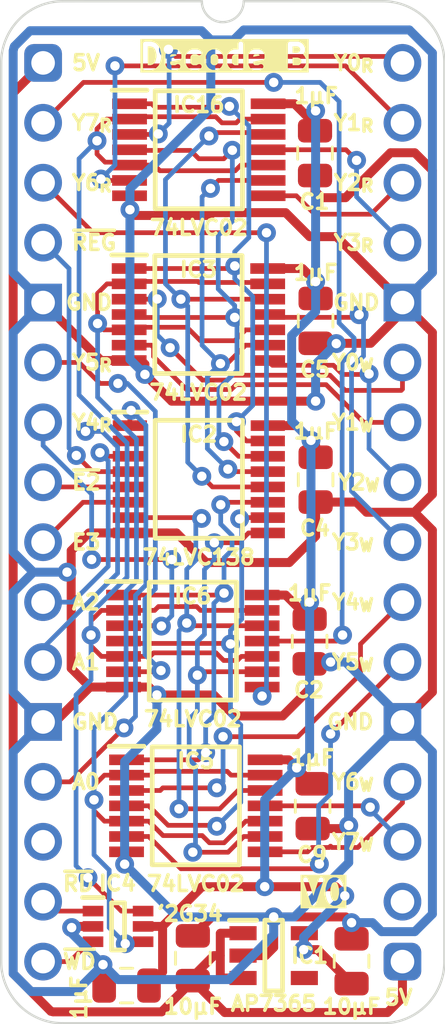
<source format=kicad_pcb>
(kicad_pcb (version 20240108) (generator "pcbnew") (generator_version "8.0")
  (title_block (title "Device Decode Stage B") (date "2024-02-16") (rev "V0"))
  (layers (0 "F.Cu" signal) (31 "B.Cu" signal) (34 "B.Paste" user) (35 "F.Paste" user) (36 "B.SilkS" user "B.Silkscreen") (37 "F.SilkS" user "F.Silkscreen") (38 "B.Mask" user) (39 "F.Mask" user) (44 "Edge.Cuts" user))
  (net 0 "")
  (net 1 "GND")
  (net 2 "5V")
  (net 3 "/3.3V")
  (net 5 "A0")
  (net 6 "A2")
  (net 7 "E3")
  (net 8 "/~{WD}")
  (net 9 "/~{RD}")
  (net 12 "~{E2}")
  (net 13 "~{Device Registers}")
  (net 14 "A1")
  (net 15 "Y2+W")
  (net 16 "/~{Y7}")
  (net 17 "/~{Y6}")
  (net 18 "/~{Y5}")
  (net 19 "/~{Y4}")
  (net 20 "/~{Y3}")
  (net 21 "/~{Y2}")
  (net 22 "/~{Y1}")
  (net 23 "/~{Y0}")
  (net 24 "Y3+W")
  (net 25 "Y0+W")
  (net 26 "Y1+W")
  (net 27 "~{WD}_{IN}")
  (net 28 "~{RD}_{IN}")
  (net 29 "Y5+W")
  (net 30 "Y4+W")
  (net 31 "Y6+W")
  (net 32 "Y7+W")
  (net 33 "Y6+R")
  (net 34 "Y4+R")
  (net 35 "Y5+R")
  (net 36 "Y7+R")
  (net 37 "Y1+R")
  (net 38 "Y3+R")
  (net 39 "Y2+R")
  (net 40 "Y0+R")
  (footprint "SamacSys_Parts:C_0805" (layer "F.Cu") (at 95.25 96.393)
    (property "Reference" "C10" (hide yes))
    (property "Value" "10µF")
  )
  (footprint "SamacSys_Parts:SOT95P285X130-5N" (layer "F.Cu") (at 98.679 96.266)
    (property "Reference" "IC1")
    (property "Value" "AP7365-33WG-7" (hide yes))
  )
  (footprint "SamacSys_Parts:SOP65P640X110-14N" (layer "F.Cu") (at 95.504 62.103)
    (property "Reference" "IC16")
    (property "Value" "74LVC02APW,118" (hide yes))
  )
  (footprint "SamacSys_Parts:SOP65P640X110-14N" (layer "F.Cu") (at 95.487 69.088)
    (property "Reference" "IC3")
    (property "Value" "74LVC02APW,118" (hide yes))
  )
  (footprint "SamacSys_Parts:C_0805" (layer "F.Cu") (at 100.457 76.073 180)
    (property "Reference" "C4")
    (property "Value" "1μF")
  )
  (footprint "SamacSys_Parts:SOP65P640X110-16N" (layer "F.Cu") (at 95.504 76.073)
    (property "Reference" "IC2")
    (property "Value" "74LVC138APW-Q100J" (hide yes))
  )
  (footprint "SamacSys_Parts:C_0805" (layer "F.Cu") (at 100.457 69.342 180)
    (property "Reference" "C5")
    (property "Value" "1μF")
  )
  (footprint "SamacSys_Parts:C_0805" (layer "F.Cu") (at 100.203 82.931 180)
    (property "Reference" "C2")
    (property "Value" "1μF")
  )
  (footprint "SamacSys_Parts:DIP-32_Board_W15.24mm" (layer "F.Cu") (at 88.9 58.42)
    (property "Reference" "J1" (hide yes))
    (property "Value" "Conn_02x16_Counter_Clockwise" (hide yes))
    (fp_line (start -1.778 38.1) (end -1.778 0) (stroke (width 0.1)) (layer "Edge.Cuts"))
    (fp_line (start 6.731 -2.6162) (end 0.835732 -2.613732) (stroke (width 0.1)) (layer "Edge.Cuts"))
    (fp_line (start 14.404267 -2.613733) (end 8.509 -2.6162) (stroke (width 0.1)) (layer "Edge.Cuts"))
    (fp_line (start 14.404268 40.713732) (end 0.835733 40.713733) (stroke (width 0.1)) (layer "Edge.Cuts"))
    (fp_line (start 17.018 38.1) (end 17.017999 -0.000001) (stroke (width 0.1)) (layer "Edge.Cuts"))
    (fp_arc (start -1.778 0) (mid -1.012456 -1.848188) (end 0.835732 -2.613732) (stroke (width 0.1)) (layer "Edge.Cuts"))
    (fp_arc (start 0.835733 40.713733) (mid -1.012457 39.94819) (end -1.778 38.1) (stroke (width 0.1)) (layer "Edge.Cuts"))
    (fp_arc (start 8.509 -2.6162) (mid 7.62 -1.7272) (end 6.731 -2.6162) (stroke (width 0.1)) (layer "Edge.Cuts"))
    (fp_arc (start 14.404267 -2.613733) (mid 16.252453 -1.848189) (end 17.017999 -0.000001) (stroke (width 0.1)) (layer "Edge.Cuts"))
    (fp_arc (start 17.018 38.1) (mid 16.252456 39.948187) (end 14.404268 40.713732) (stroke (width 0.1)) (layer "Edge.Cuts"))
  )
  (footprint "SamacSys_Parts:C_0805" (layer "F.Cu") (at 101.981 96.52)
    (property "Reference" "C11" (hide yes))
    (property "Value" "10µF")
  )
  (footprint "SamacSys_Parts:C_0805" (layer "F.Cu") (at 92.456 97.536 90)
    (property "Reference" "C3" (hide yes))
    (property "Value" "1μF")
  )
  (footprint "SamacSys_Parts:74LVC2G34GW125" (layer "F.Cu") (at 92.075 94.996)
    (property "Reference" "IC4")
    (property "Value" "74LVC2G34GW,125" (hide yes))
  )
  (footprint "SamacSys_Parts:C_0805" (layer "F.Cu") (at 100.4316 62.23 180)
    (property "Reference" "C1")
    (property "Value" "1μF")
  )
  (footprint "SamacSys_Parts:C_0805" (layer "F.Cu") (at 100.33 89.916 180)
    (property "Reference" "C9")
    (property "Value" "1μF")
  )
  (footprint "SamacSys_Parts:SOP65P640X110-14N" (layer "F.Cu") (at 95.377 89.916)
    (property "Reference" "IC5")
    (property "Value" "74LVC02APW,118" (hide yes))
  )
  (footprint "SamacSys_Parts:SOP65P640X110-14N" (layer "F.Cu") (at 95.25 82.931)
    (property "Reference" "IC6")
    (property "Value" "74LVC02APW,118" (hide yes))
  )
  (gr_text "Y1_{W}" (at 102.997 73.66 0) (layer "F.SilkS") (effects (font (size 0.635 0.635) (thickness 0.15) (bold yes)) (justify right)))
  (gr_text "Y0_{R}" (at 102.997 58.42 0) (layer "F.SilkS") (effects (font (size 0.635 0.635) (thickness 0.15) (bold yes)) (justify right)))
  (gr_text "Decode B" (at 96.5708 58.166 0) (layer "F.SilkS" knockout) (effects (font (size 1 1) (thickness 0.2) (bold yes))))
  (gr_text "~{E2}" (at 90.043 76.2 0) (layer "F.SilkS") (effects (font (size 0.635 0.635) (thickness 0.15) (bold yes)) (justify left)))
  (gr_text "Y1_{R}" (at 102.997 60.96 0) (layer "F.SilkS") (effects (font (size 0.635 0.635) (thickness 0.15) (bold yes)) (justify right)))
  (gr_text "E3" (at 90.043 78.74 0) (layer "F.SilkS") (effects (font (size 0.635 0.635) (thickness 0.15) (bold yes)) (justify left)))
  (gr_text "Y5_{W}" (at 102.997 83.82 0) (layer "F.SilkS") (effects (font (size 0.635 0.635) (thickness 0.15) (bold yes)) (justify right)))
  (gr_text "GND" (at 103.251 68.58 0) (layer "F.SilkS") (effects (font (size 0.635 0.635) (thickness 0.15) (bold yes)) (justify right)))
  (gr_text "5V" (at 104.648 98.044 0) (layer "F.SilkS") (effects (font (size 0.635 0.635) (thickness 0.15) (bold yes)) (justify right)))
  (gr_text "A2" (at 90.043 81.28 0) (layer "F.SilkS") (effects (font (size 0.635 0.635) (thickness 0.15) (bold yes)) (justify left)))
  (gr_text "Y2_{R}" (at 102.997 63.5 0) (layer "F.SilkS") (effects (font (size 0.635 0.635) (thickness 0.15) (bold yes)) (justify right)))
  (gr_text "Y4_{W}" (at 102.997 81.28 0) (layer "F.SilkS") (effects (font (size 0.635 0.635) (thickness 0.15) (bold yes)) (justify right)))
  (gr_text "A1" (at 90.043 83.82 0) (layer "F.SilkS") (effects (font (size 0.635 0.635) (thickness 0.15) (bold yes)) (justify left)))
  (gr_text "Y5_{R}" (at 90.043 71.12 0) (layer "F.SilkS") (effects (font (size 0.635 0.635) (thickness 0.15) (bold yes)) (justify left)))
  (gr_text "GND" (at 89.789 68.58 0) (layer "F.SilkS") (effects (font (size 0.635 0.635) (thickness 0.15) (bold yes)) (justify left)))
  (gr_text "A0" (at 90.043 88.9 0) (layer "F.SilkS") (effects (font (size 0.635 0.635) (thickness 0.15) (bold yes)) (justify left)))
  (gr_text "Y2_{W}" (at 103.251 76.2 0) (layer "F.SilkS") (effects (font (size 0.635 0.635) (thickness 0.15) (bold yes)) (justify right)))
  (gr_text "GND" (at 102.997 86.36 0) (layer "F.SilkS") (effects (font (size 0.635 0.635) (thickness 0.15) (bold yes)) (justify right)))
  (gr_text "Y3_{W}" (at 102.997 78.74 0) (layer "F.SilkS") (effects (font (size 0.635 0.635) (thickness 0.15) (bold yes)) (justify right)))
  (gr_text "Y6_{R}" (at 90.043 63.5 0) (layer "F.SilkS") (effects (font (size 0.635 0.635) (thickness 0.15) (bold yes)) (justify left)))
  (gr_text "~{REG}" (at 90.043 66.04 0) (layer "F.SilkS") (effects (font (size 0.635 0.635) (thickness 0.15) (bold yes)) (justify left)))
  (gr_text "~{RD}" (at 89.662 93.218 0) (layer "F.SilkS") (effects (font (size 0.635 0.635) (thickness 0.15) (bold yes)) (justify left)))
  (gr_text "Y3_{R}" (at 102.997 66.04 0) (layer "F.SilkS") (effects (font (size 0.635 0.635) (thickness 0.15) (bold yes)) (justify right)))
  (gr_text "Y0_{W}" (at 102.997 71.12 0) (layer "F.SilkS") (effects (font (size 0.635 0.635) (thickness 0.15) (bold yes)) (justify right)))
  (gr_text "Y7_{R}" (at 90.043 60.96 0) (layer "F.SilkS") (effects (font (size 0.635 0.635) (thickness 0.15) (bold yes)) (justify left)))
  (gr_text "Y4_{R}" (at 90.043 73.66 0) (layer "F.SilkS") (effects (font (size 0.635 0.635) (thickness 0.15) (bold yes)) (justify left)))
  (gr_text "Y6_{W}" (at 102.997 88.9 0) (layer "F.SilkS") (effects (font (size 0.635 0.635) (thickness 0.15) (bold yes)) (justify right)))
  (gr_text "Y7_{W}" (at 102.997 91.44 0) (layer "F.SilkS") (effects (font (size 0.635 0.635) (thickness 0.15) (bold yes)) (justify right)))
  (gr_text "V0" (at 100.838 93.599 0) (layer "F.SilkS" knockout) (effects (font (size 1 1) (thickness 0.2) (bold yes))))
  (gr_text "GND" (at 90.043 86.36 0) (layer "F.SilkS") (effects (font (size 0.635 0.635) (thickness 0.15) (bold yes)) (justify left)))
  (gr_text "~{WD}" (at 89.662 96.52 0) (layer "F.SilkS") (effects (font (size 0.635 0.635) (thickness 0.15) (bold yes)) (justify left)))
  (gr_text "5V" (at 90.043 58.42 0) (layer "F.SilkS") (effects (font (size 0.635 0.635) (thickness 0.15) (bold yes)) (justify left)))
  (segment (start 98.679 94.626) (end 96.051 94.626) (width 0.38) (layer "F.Cu") (net 1))
  (segment (start 100.457 77.039) (end 102.185 77.039) (width 0.38) (layer "F.Cu") (net 1))
  (segment (start 99.06 86.106) (end 97.028 86.106) (width 0.38) (layer "F.Cu") (net 1))
  (segment (start 96.087458 64.77) (end 99.187 64.77) (width 0.38) (layer "F.Cu") (net 1))
  (segment (start 105.41 67.31) (end 105.41 62.976043) (width 0.38) (layer "F.Cu") (net 1))
  (segment (start 101.346 65.786) (end 104.14 68.58) (width 0.38) (layer "F.Cu") (net 1))
  (segment (start 105.41 69.85) (end 104.14 68.58) (width 0.38) (layer "F.Cu") (net 1))
  (segment (start 92.439 91.866) (end 92.439 92.310451) (width 0.38) (layer "F.Cu") (net 1))
  (segment (start 90.09 79.099771) (end 90.09 79.836) (width 0.38) (layer "F.Cu") (net 1))
  (segment (start 100.4316 63.855596) (end 100.711 64.134996) (width 0.38) (layer "F.Cu") (net 1))
  (segment (start 92.583 64.07) (end 92.583 64.643) (width 0.38) (layer "F.Cu") (net 1))
  (segment (start 100.457 77.039) (end 100.457 78.486) (width 0.38) (layer "F.Cu") (net 1))
  (segment (start 102.616 77.47) (end 104.648 77.47) (width 0.38) (layer "F.Cu") (net 1))
  (segment (start 98.679 94.626) (end 101.738015 94.626) (width 0.38) (layer "F.Cu") (net 1))
  (segment (start 100.4316 63.196) (end 100.4316 63.855596) (width 0.38) (layer "F.Cu") (net 1))
  (segment (start 105.41 62.976043) (end 104.663957 62.23) (width 0.38) (layer "F.Cu") (net 1))
  (segment (start 96.051 94.626) (end 95.25 95.427) (width 0.38) (layer "F.Cu") (net 1))
  (segment (start 98.679 95.921) (end 98.679 94.626) (width 0.38) (layer "F.Cu") (net 1))
  (segment (start 100.203 83.897) (end 100.203 84.963) (width 0.38) (layer "F.Cu") (net 1))
  (segment (start 97.379 96.266) (end 98.334 96.266) (width 0.38) (layer "F.Cu") (net 1))
  (segment (start 91.358 71.038) (end 88.9 68.58) (width 0.38) (layer "F.Cu") (net 1))
  (segment (start 102.793 70.308) (end 100.457 70.308) (width 0.38) (layer "F.Cu") (net 1))
  (segment (start 100.203 83.897) (end 101.015 83.897) (width 0.38) (layer "F.Cu") (net 1))
  (segment (start 90.887 84.881) (end 92.312 84.881) (width 0.38) (layer "F.Cu") (net 1))
  (segment (start 104.648 77.47) (end 105.41 76.708) (width 0.38) (layer "F.Cu") (net 1))
  (segment (start 92.828816 64.888816) (end 95.968642 64.888816) (width 0.38) (layer "F.Cu") (net 1))
  (segment (start 92.312 84.881) (end 93.39 84.881) (width 0.38) (layer "F.Cu") (net 1))
  (segment (start 92.439 92.310451) (end 92.357521 92.39193) (width 0.38) (layer "F.Cu") (net 1))
  (segment (start 101.015 83.897) (end 101.092 83.82) (width 0.38) (layer "F.Cu") (net 1))
  (segment (start 93.218 71.628) (end 94.351274 72.761274) (width 0.38) (layer "F.Cu") (net 1))
  (segment (start 101.727004 64.134996) (end 100.711 64.134996) (width 0.38) (layer "F.Cu") (net 1))
  (segment (start 104.14 68.58) (end 105.41 67.31) (width 0.38) (layer "F.Cu") (net 1))
  (segment (start 92.583 64.643) (end 92.828816 64.888816) (width 0.38) (layer "F.Cu") (net 1))
  (segment (start 95.813731 79.601704) (end 94.560031 78.348004) (width 0.38) (layer "F.Cu") (net 1))
  (segment (start 90.110125 95.078) (end 90.160125 95.028) (width 0.38) (layer "F.Cu") (net 1))
  (segment (start 99.187 64.77) (end 100.203 65.786) (width 0.38) (layer "F.Cu") (net 1))
  (segment (start 104.14 68.961) (end 102.793 70.308) (width 0.38) (layer "F.Cu") (net 1))
  (segment (start 100.33 90.882) (end 101.727502 90.882) (width 0.38) (layer "F.Cu") (net 1))
  (segment (start 96.139 85.217) (end 93.726 85.217) (width 0.38) (layer "F.Cu") (net 1))
  (segment (start 104.14 86.36) (end 105.41 85.09) (width 0.38) (layer "F.Cu") (net 1))
  (segment (start 93.0615 71.038) (end 93.218 71.1945) (width 0.38) (layer "F.Cu") (net 1))
  (segment (start 97.028 86.106) (end 96.139 85.217) (width 0.38) (layer "F.Cu") (net 1))
  (segment (start 90.160125 95.028) (end 91.016 95.028) (width 0.38) (layer "F.Cu") (net 1))
  (segment (start 93.218 71.1945) (end 93.218 71.628) (width 0.38) (layer "F.Cu") (net 1))
  (segment (start 90.841771 78.348) (end 90.09 79.099771) (width 0.38) (layer "F.Cu") (net 1))
  (segment (start 104.648 77.47) (end 105.41 78.232) (width 0.38) (layer "F.Cu") (net 1))
  (segment (start 94.560027 78.348) (end 94.560031 78.348004) (width 0.38) (layer "F.Cu") (net 1))
  (segment (start 89.916 80.01) (end 90.09 80.184) (width 0.38) (layer "F.Cu") (net 1))
  (segment (start 100.457 78.486) (end 99.341296 79.601704) (width 0.38) (layer "F.Cu") (net 1))
  (segment (start 95.968642 64.888816) (end 96.087458 64.77) (width 0.38) (layer "F.Cu") (net 1))
  (segment (start 92.549 71.038) (end 91.358 71.038) (width 0.38) (layer "F.Cu") (net 1))
  (segment (start 93.39 84.881) (end 93.726 85.217) (width 0.38) (layer "F.Cu") (net 1))
  (segment (start 105.41 76.581) (end 105.41 69.85) (width 0.38) (layer "F.Cu") (net 1))
  (segment (start 91.7448 96.951812) (end 91.439995 96.647007) (width 0.38) (layer "F.Cu") (net 1))
  (segment (start 101.738015 94.626) (end 101.981015 94.869) (width 0.38) (layer "F.Cu") (net 1))
  (segment (start 92.579 78.348) (end 90.841771 78.348) (width 0.38) (layer "F.Cu") (net 1))
  (segment (start 92.579 78.348) (end 94.560027 78.348) (width 0.38) (layer "F.Cu") (net 1))
  (segment (start 90.09 79.836) (end 89.916 80.01) (width 0.38) (layer "F.Cu") (net 1))
  (segment (start 90.09 84.084) (end 90.887 84.881) (width 0.38) (layer "F.Cu") (net 1))
  (segment (start 90.09 80.184) (end 90.09 84.084) (width 0.38) (layer "F.Cu") (net 1))
  (segment (start 89.408 86.36) (end 90.887 84.881) (width 0.38) (layer "F.Cu") (net 1))
  (segment (start 103.632 62.23) (end 101.727004 64.134996) (width 0.38) (layer "F.Cu") (net 1))
  (segment (start 104.663957 62.23) (end 103.632 62.23) (width 0.38) (layer "F.Cu") (net 1))
  (segment (start 105.41 76.708) (end 105.41 76.581) (width 0.38) (layer "F.Cu") (net 1))
  (segment (start 98.334 96.266) (end 98.679 95.921) (width 0.38) (layer "F.Cu") (net 1))
  (segment (start 100.203 84.963) (end 99.06 86.106) (width 0.38) (layer "F.Cu") (net 1))
  (segment (start 102.185 77.039) (end 102.616 77.47) (width 0.38) (layer "F.Cu") (net 1))
  (segment (start 105.41 78.232) (end 105.41 85.09) (width 0.38) (layer "F.Cu") (net 1))
  (segment (start 94.351274 72.761274) (end 100.457 72.761274) (width 0.38) (layer "F.Cu") (net 1))
  (segment (start 99.341296 79.601704) (end 95.813731 79.601704) (width 0.38) (layer "F.Cu") (net 1))
  (segment (start 100.203 65.786) (end 101.346 65.786) (width 0.38) (layer "F.Cu") (net 1))
  (segment (start 101.727502 90.882) (end 101.861502 90.748) (width 0.38) (layer "F.Cu") (net 1))
  (segment (start 91.7448 97.205802) (end 91.7448 96.951812) (width 0.38) (layer "F.Cu") (net 1))
  (via (at 90.110125 95.078) (size 0.8) (drill 0.4) (layers "F.Cu" "B.Cu") (net 1))
  (via (at 93.218 71.628) (size 0.8) (drill 0.4) (layers "F.Cu" "B.Cu") (net 1))
  (via (at 101.861502 90.748) (size 0.8) (drill 0.4) (layers "F.Cu" "B.Cu") (net 1))
  (via (at 101.334027 70.319977) (size 0.8) (drill 0.4) (layers "F.Cu" "B.Cu") (net 1))
  (via (at 91.439995 96.647007) (size 0.8) (drill 0.4) (layers "F.Cu" "B.Cu") (net 1))
  (via (at 92.357521 92.39193) (size 0.8) (drill 0.4) (layers "F.Cu" "B.Cu") (net 1))
  (via (at 89.916 80.01) (size 0.8) (drill 0.4) (layers "F.Cu" "B.Cu") (net 1))
  (via (at 100.457 72.761274) (size 0.8) (drill 0.4) (layers "F.Cu" "B.Cu") (net 1))
  (via (at 92.583 64.643) (size 0.8) (drill 0.4) (layers "F.Cu" "B.Cu") (net 1))
  (via (at 101.092 83.82) (size 0.8) (drill 0.4) (layers "F.Cu" "B.Cu") (net 1))
  (via (at 93.726 85.217) (size 0.8) (drill 0.4) (layers "F.Cu" "B.Cu") (net 1))
  (via (at 98.678978 94.626) (size 0.8) (drill 0.4) (layers "F.Cu" "B.Cu") (net 1))
  (via (at 101.981015 94.869) (size 0.8) (drill 0.4) (layers "F.Cu" "B.Cu") (net 1))
  (segment (start 104.14 86.36) (end 105.41 87.63) (width 0.38) (layer "B.Cu") (net 1))
  (segment (start 88.9 86.36) (end 87.63 85.09) (width 0.38) (layer "B.Cu") (net 1))
  (segment (start 87.663605 57.774303) (end 87.685072 57.717699) (width 0.38) (layer "B.Cu") (net 1))
  (segment (start 96.985 57.447) (end 96.012 57.447) (width 0.38) (layer "B.Cu") (net 1))
  (segment (start 87.63 97.028) (end 88.392 97.79) (width 0.38) (layer "B.Cu") (net 1))
  (segment (start 105.41 87.63) (end 105.41 94.503958) (width 0.38) (layer "B.Cu") (net 1))
  (segment (start 88.9 86.36) (end 87.63 87.63) (width 0.38) (layer "B.Cu") (net 1))
  (segment (start 88.487085 80.01) (end 87.63 80.867085) (width 0.38) (layer "B.Cu") (net 1))
  (segment (start 105.41 67.31) (end 105.41 57.999624) (width 0.38) (layer "B.Cu") (net 1))
  (segment (start 98.67901 95.37699) (end 96.774 97.282) (width 0.38) (layer "B.Cu") (net 1))
  (segment (start 88.392 97.79) (end 90.297002 97.79) (width 0.38) (layer "B.Cu") (net 1))
  (segment (start 99.557 94.626) (end 98.678978 94.626) (width 0.38) (layer "B.Cu") (net 1))
  (segment (start 89.916 80.01) (end 88.487085 80.01) (width 0.38) (layer "B.Cu") (net 1))
  (segment (start 92.357521 92.39193) (end 92.357521 88.039521) (width 0.38) (layer "B.Cu") (net 1))
  (segment (start 101.727 83.82) (end 104.14 86.233) (width 0.38) (layer "B.Cu") (net 1))
  (segment (start 93.218 71.628) (end 92.583 70.993) (width 0.38) (layer "B.Cu") (net 1))
  (segment (start 92.583 64.643) (end 92.583 63.754) (width 0.38) (layer "B.Cu") (net 1))
  (segment (start 96.012 60.325) (end 96.012 57.447) (width 0.38) (layer "B.Cu") (net 1))
  (segment (start 87.63 87.63) (end 87.63 97.028) (width 0.38) (layer "B.Cu") (net 1))
  (segment (start 90.297002 97.79) (end 91.439995 96.647007) (width 0.38) (layer "B.Cu") (net 1))
  (segment (start 104.14 68.58) (end 105.41 67.31) (width 0.38) (layer "B.Cu") (net 1))
  (segment (start 90.110125 95.078) (end 90.110125 95.317137) (width 0.38) (layer "B.Cu") (net 1))
  (segment (start 92.074988 97.282) (end 91.439995 96.647007) (width 0.38) (layer "B.Cu") (net 1))
  (segment (start 88.345771 57.057) (end 95.622 57.057) (width 0.38) (layer "B.Cu") (net 1))
  (segment (start 101.854 90.740498) (end 101.861502 90.748) (width 0.38) (layer "B.Cu") (net 1))
  (segment (start 88.487085 80.01) (end 87.63 79.152915) (width 0.38) (layer "B.Cu") (net 1))
  (segment (start 95.622 57.057) (end 96.012 57.447) (width 0.38) (layer "B.Cu") (net 1))
  (segment (start 97.409 57.023) (end 96.985 57.447) (width 0.38) (layer "B.Cu") (net 1))
  (segment (start 94.591591 94.626) (end 98.678978 94.626) (width 0.38) (layer "B.Cu") (net 1))
  (segment (start 92.583 63.754) (end 96.012 60.325) (width 0.38) (layer "B.Cu") (net 1))
  (segment (start 90.110125 95.317137) (end 91.439995 96.647007) (width 0.38) (layer "B.Cu") (net 1))
  (segment (start 101.981015 94.869) (end 102.87 94.869) (width 0.38) (layer "B.Cu") (net 1))
  (segment (start 92.583 70.993) (end 92.583 64.643) (width 0.38) (layer "B.Cu") (net 1))
  (segment (start 92.357521 88.039521) (end 93.726 86.671042) (width 0.38) (layer "B.Cu") (net 1))
  (segment (start 87.63 69.85) (end 88.9 68.58) (width 0.38) (layer "B.Cu") (net 1))
  (segment (start 104.663958 95.25) (end 103.251 95.25) (width 0.38) (layer "B.Cu") (net 1))
  (segment (start 87.63 79.121) (end 87.63 69.85) (width 0.38) (layer "B.Cu") (net 1))
  (segment (start 87.63 57.910641) (end 87.663605 57.774303) (width 0.38) (layer "B.Cu") (net 1))
  (segment (start 101.334027 70.319977) (end 100.457 71.197004) (width 0.38) (layer "B.Cu") (net 1))
  (segment (start 104.14 86.36) (end 101.854 88.646) (width 0.38) (layer "B.Cu") (net 1))
  (segment (start 96.774 97.282) (end 92.074988 97.282) (width 0.38) (layer "B.Cu") (net 1))
  (segment (start 101.861502 92.321498) (end 99.557 94.626) (width 0.38) (layer "B.Cu") (net 1))
  (segment (start 105.41 94.503958) (end 104.663958 95.25) (width 0.38) (layer "B.Cu") (net 1))
  (segment (start 101.092 83.82) (end 101.727 83.82) (width 0.38) (layer "B.Cu") (net 1))
  (segment (start 87.63 79.152915) (end 87.63 79.121) (width 0.38) (layer "B.Cu") (net 1))
  (segment (start 87.63 67.31) (end 87.63 57.910641) (width 0.38) (layer "B.Cu") (net 1))
  (segment (start 104.433376 57.023) (end 97.409 57.023) (width 0.38) (layer "B.Cu") (net 1))
  (segment (start 93.726 86.671042) (end 93.726 85.217) (width 0.38) (layer "B.Cu") (net 1))
  (segment (start 98.67901 94.626) (end 98.67901 95.37699) (width 0.38) (layer "B.Cu") (net 1))
  (segment (start 92.357521 92.39193) (end 94.591591 94.626) (width 0.38) (layer "B.Cu") (net 1))
  (segment (start 102.87 94.869) (end 103.251 95.25) (width 0.38) (layer "B.Cu") (net 1))
  (segment (start 100.457 71.197004) (end 100.457 72.761274) (width 0.38) (layer "B.Cu") (net 1))
  (segment (start 105.41 57.999624) (end 104.433376 57.023) (width 0.38) (layer "B.Cu") (net 1))
  (segment (start 87.685072 57.717699) (end 88.345771 57.057) (width 0.38) (layer "B.Cu") (net 1))
  (segment (start 88.9 68.58) (end 87.63 67.31) (width 0.38) (layer "B.Cu") (net 1))
  (segment (start 101.861502 90.748) (end 101.861502 92.321498) (width 0.38) (layer "B.Cu") (net 1))
  (segment (start 101.854 88.646) (end 101.854 90.740498) (width 0.38) (layer "B.Cu") (net 1))
  (segment (start 87.63 80.867085) (end 87.63 85.09) (width 0.38) (layer "B.Cu") (net 1))
  (segment (start 96.424 95.316) (end 96.414 95.326) (width 0.38) (layer "F.Cu") (net 2))
  (segment (start 95.25 97.155) (end 96.139 96.266) (width 0.38) (layer "F.Cu") (net 2))
  (segment (start 103.505 98.679) (end 96.602 98.679) (width 0.38) (layer "F.Cu") (net 2))
  (segment (start 89.328853 98.651) (end 93.926 98.651) (width 0.38) (layer "F.Cu") (net 2))
  (segment (start 89.22819 98.62619) (end 89.328853 98.651) (width 0.38) (layer "F.Cu") (net 2))
  (segment (start 96.414 96.266) (end 96.414 97.206) (width 0.38) (layer "F.Cu") (net 2))
  (segment (start 96.414 95.326) (end 96.414 96.266) (width 0.38) (layer "F.Cu") (net 2))
  (segment (start 96.602 98.679) (end 95.25 97.327) (width 0.38) (layer "F.Cu") (net 2))
  (segment (start 96.139 96.266) (end 96.414 96.266) (width 0.38) (layer "F.Cu") (net 2))
  (segment (start 104.14 96.52) (end 104.14 98.044) (width 0.38) (layer "F.Cu") (net 2))
  (segment (start 96.414 97.206) (end 96.424 97.216) (width 0.38) (layer "F.Cu") (net 2))
  (segment (start 96.424 97.216) (end 97.379 97.216) (width 0.38) (layer "F.Cu") (net 2))
  (segment (start 87.63 97.028) (end 89.22819 98.62619) (width 0.38) (layer "F.Cu") (net 2))
  (segment (start 104.14 98.044) (end 103.505 98.679) (width 0.38) (layer "F.Cu") (net 2))
  (segment (start 88.9 58.42) (end 87.63 59.69) (width 0.38) (layer "F.Cu") (net 2))
  (segment (start 93.926 98.651) (end 95.25 97.327) (width 0.38) (layer "F.Cu") (net 2))
  (segment (start 87.63 59.69) (end 87.63 97.028) (width 0.38) (layer "F.Cu") (net 2))
  (segment (start 97.379 95.316) (end 96.424 95.316) (width 0.38) (layer "F.Cu") (net 2))
  (segment (start 100.539 96.012) (end 99.949 96.012) (width 0.38) (layer "F.Cu") (net 3))
  (segment (start 100.33 88.982) (end 99.654 88.306) (width 0.38) (layer "F.Cu") (net 3))
  (segment (start 93.9675 96.9585) (end 93.39 97.536) (width 0.38) (layer "F.Cu") (net 3))
  (segment (start 100.457 68.408) (end 100.457 67.691) (width 0.38) (layer "F.Cu") (net 3))
  (segment (start 101.981 97.454) (end 100.539 96.012) (width 0.38) (layer "F.Cu") (net 3))
  (segment (start 100.203 81.997) (end 99.187 80.981) (width 0.38) (layer "F.Cu") (net 3))
  (segment (start 100.457 67.691) (end 99.904 67.138) (width 0.38) (layer "F.Cu") (net 3))
  (segment (start 100.203 81.28) (end 100.203004 81.279996) (width 0.38) (layer "F.Cu") (net 3))
  (segment (start 100.203 81.997) (end 100.203 81.28) (width 0.38) (layer "F.Cu") (net 3))
  (segment (start 93.14 95.028) (end 93.9575 95.028) (width 0.38) (layer "F.Cu") (net 3))
  (segment (start 99.979 95.316) (end 99.979 95.982) (width 0.38) (layer "F.Cu") (net 3))
  (segment (start 99.314 87.966) (end 99.654 88.306) (width 0.38) (layer "F.Cu") (net 3))
  (segment (start 95.640501 93.344999) (end 98.298001 93.344999) (width 0.38) (layer "F.Cu") (net 3))
  (segment (start 98.315 87.966) (end 99.314 87.966) (width 0.38) (layer "F.Cu") (net 3))
  (segment (start 93.9575 95.028) (end 95.640501 93.344999) (width 0.38) (layer "F.Cu") (net 3))
  (segment (start 100.457 75.139) (end 100.457 74.619119) (width 0.38) (layer "F.Cu") (net 3))
  (segment (start 100.4316 61.296) (end 100.4316 60.4774) (width 0.38) (layer "F.Cu") (net 3))
  (segment (start 99.5595 60.153) (end 100.4316 61.0251) (width 0.38) (layer "F.Cu") (net 3))
  (segment (start 101.307939 93.344999) (end 101.695085 93.732145) (width 0.38) (layer "F.Cu") (net 3))
  (segment (start 100.457 74.619119) (end 100.259881 74.422) (width 0.38) (layer "F.Cu") (net 3))
  (segment (start 93.9575 95.028) (end 93.9675 95.038) (width 0.38) (layer "F.Cu") (net 3))
  (segment (start 93.9675 95.038) (end 93.9675 96.9585) (width 0.38) (layer "F.Cu") (net 3))
  (segment (start 98.298001 93.344999) (end 101.307939 93.344999) (width 0.38) (layer "F.Cu") (net 3))
  (segment (start 100.4316 60.4774) (end 100.457 60.452) (width 0.38) (layer "F.Cu") (net 3))
  (segment (start 98.429 73.798) (end 99.635881 73.798) (width 0.38) (layer "F.Cu") (net 3))
  (segment (start 99.187 80.981) (end 98.188 80.981) (width 0.38) (layer "F.Cu") (net 3))
  (segment (start 99.979 95.982) (end 99.949 96.012) (width 0.38) (layer "F.Cu") (net 3))
  (segment (start 98.442 60.153) (end 99.5595 60.153) (width 0.38) (layer "F.Cu") (net 3))
  (segment (start 99.635881 73.798) (end 100.259881 74.422) (width 0.38) (layer "F.Cu") (net 3))
  (segment (start 99.904 67.138) (end 98.425 67.138) (width 0.38) (layer "F.Cu") (net 3))
  (via (at 101.695085 93.732145) (size 0.8) (drill 0.4) (layers "F.Cu" "B.Cu") (net 3))
  (via (at 98.298001 93.344999) (size 0.8) (drill 0.4) (layers "F.Cu" "B.Cu") (net 3))
  (via (at 100.457 67.691) (size 0.8) (drill 0.4) (layers "F.Cu" "B.Cu") (net 3))
  (via (at 99.949 96.012) (size 0.8) (drill 0.4) (layers "F.Cu" "B.Cu") (net 3))
  (via (at 100.457 60.452) (size 0.8) (drill 0.4) (layers "F.Cu" "B.Cu") (net 3))
  (via (at 100.203004 81.279996) (size 0.8) (drill 0.4) (layers "F.Cu" "B.Cu") (net 3))
  (via (at 99.654 88.306) (size 0.8) (drill 0.4) (layers "F.Cu" "B.Cu") (net 3))
  (via (at 100.259881 74.422) (size 0.8) (drill 0.4) (layers "F.Cu" "B.Cu") (net 3))
  (segment (start 100.203004 81.279996) (end 100.203004 87.756996) (width 0.38) (layer "B.Cu") (net 3))
  (segment (start 100.457 68.961) (end 99.441 69.977) (width 0.38) (layer "B.Cu") (net 3))
  (segment (start 99.441 73.603119) (end 100.259881 74.422) (width 0.38) (layer "B.Cu") (net 3))
  (segment (start 99.949 96.012) (end 99.949 95.47823) (width 0.38) (layer "B.Cu") (net 3))
  (segment (start 100.457 67.691) (end 100.457 60.452) (width 0.38) (layer "B.Cu") (net 3))
  (segment (start 99.949 95.47823) (end 101.695085 93.732145) (width 0.38) (layer "B.Cu") (net 3))
  (segment (start 100.203004 87.756996) (end 99.654 88.306) (width 0.38) (layer "B.Cu") (net 3))
  (segment (start 99.441 69.977) (end 99.441 73.603119) (width 0.38) (layer "B.Cu") (net 3))
  (segment (start 100.203004 81.279996) (end 100.259881 81.223119) (width 0.38) (layer "B.Cu") (net 3))
  (segment (start 100.259881 81.223119) (end 100.259881 74.422) (width 0.38) (layer "B.Cu") (net 3))
  (segment (start 98.298001 89.661999) (end 99.654 88.306) (width 0.38) (layer "B.Cu") (net 3))
  (segment (start 98.298001 93.344999) (end 98.298001 89.661999) (width 0.38) (layer "B.Cu") (net 3))
  (segment (start 100.457 67.691) (end 100.457 68.961) (width 0.38) (layer "B.Cu") (net 3))
  (segment (start 92.579 73.204951) (end 92.631124 73.152827) (width 0.2) (layer "F.Cu") (net 5))
  (segment (start 90.042992 88.9) (end 92.329 86.613992) (width 0.2) (layer "F.Cu") (net 5))
  (segment (start 92.579 73.798) (end 92.579 73.204951) (width 0.2) (layer "F.Cu") (net 5))
  (segment (start 88.9 88.9) (end 90.042992 88.9) (width 0.2) (layer "F.Cu") (net 5))
  (via (at 92.631124 73.152827) (size 0.8) (drill 0.4) (layers "F.Cu" "B.Cu") (net 5))
  (via (at 92.329 86.613992) (size 0.8) (drill 0.4) (layers "F.Cu" "B.Cu") (net 5))
  (segment (start 93.259075 80.554617) (end 92.818 80.995692) (width 0.2) (layer "B.Cu") (net 5))
  (segment (start 93.259075 73.780778) (end 93.259075 80.554617) (width 0.2) (layer "B.Cu") (net 5))
  (segment (start 92.631124 73.152827) (end 93.259075 73.780778) (width 0.2) (layer "B.Cu") (net 5))
  (segment (start 92.818 80.995692) (end 92.818 86.124992) (width 0.2) (layer "B.Cu") (net 5))
  (segment (start 92.818 86.124992) (end 92.329 86.613992) (width 0.2) (layer "B.Cu") (net 5))
  (segment (start 91.463874 75.098) (end 91.309364 74.94349) (width 0.2) (layer "F.Cu") (net 6))
  (segment (start 92.579 75.098) (end 91.463874 75.098) (width 0.2) (layer "F.Cu") (net 6))
  (via (at 91.309364 74.94349) (size 0.8) (drill 0.4) (layers "F.Cu" "B.Cu") (net 6))
  (segment (start 90.14395 81.28) (end 91.659087 79.764863) (width 0.2) (layer "B.Cu") (net 6))
  (segment (start 88.9 81.28) (end 90.14395 81.28) (width 0.2) (layer "B.Cu") (net 6))
  (segment (start 91.659087 79.764863) (end 91.659087 75.293213) (width 0.2) (layer "B.Cu") (net 6))
  (segment (start 91.659087 75.293213) (end 91.309364 74.94349) (width 0.2) (layer "B.Cu") (net 6))
  (segment (start 90.592 77.048) (end 88.9 78.74) (width 0.2) (layer "F.Cu") (net 7))
  (segment (start 92.579 77.048) (end 90.592 77.048) (width 0.2) (layer "F.Cu") (net 7))
  (segment (start 91.059 89.0585) (end 91.059 89.661996) (width 0.2) (layer "F.Cu") (net 8))
  (segment (start 92.6515 67.6855) (end 95.46545 67.6855) (width 0.2) (layer "F.Cu") (net 8))
  (segment (start 98.425 69.738) (end 97.4875 69.738) (width 0.2) (layer "F.Cu") (net 8))
  (segment (start 91.6115 67.788) (end 91.212027 68.187473) (width 0.2) (layer "F.Cu") (net 8))
  (segment (start 92.439 90.566) (end 91.5015 90.566) (width 0.2) (layer "F.Cu") (net 8))
  (segment (start 93.3765 90.566) (end 92.439 90.566) (width 0.2) (layer "F.Cu") (net 8))
  (segment (start 92.549 69.738) (end 91.481027 69.738) (width 0.2) (layer "F.Cu") (net 8))
  (segment (start 91.5015 90.566) (end 91.059 90.1235) (width 0.2) (layer "F.Cu") (net 8))
  (segment (start 95.572041 70.198091) (end 95.002105 69.628155) (width 0.2) (layer "F.Cu") (net 8))
  (segment (start 98.315 88.616) (end 96.871 88.616) (width 0.2) (layer "F.Cu") (net 8))
  (segment (start 95.649051 91.178001) (end 93.988501 91.178001) (width 0.2) (layer "F.Cu") (net 8))
  (segment (start 97.49495 90.566) (end 96.57795 91.483) (width 0.2) (layer "F.Cu") (net 8))
  (segment (start 95.95405 91.483) (end 95.649051 91.178001) (width 0.2) (layer "F.Cu") (net 8))
  (segment (start 97.4875 69.738) (end 97.027409 70.198091) (width 0.2) (layer "F.Cu") (net 8))
  (segment (start 92.549 67.788) (end 91.6115 67.788) (width 0.2) (layer "F.Cu") (net 8))
  (segment (start 95.50901 67.72906) (end 98.36606 67.72906) (width 0.2) (layer "F.Cu") (net 8))
  (segment (start 92.383928 95.761442) (end 92.758363 95.761442) (width 0.2) (layer "F.Cu") (net 8))
  (segment (start 91.5015 88.616) (end 91.059 89.0585) (width 0.2) (layer "F.Cu") (net 8))
  (segment (start 93.62505 88.454) (end 93.46305 88.616) (width 0.2) (layer "F.Cu") (net 8))
  (segment (start 95.002105 69.628155) (end 92.658845 69.628155) (width 0.2) (layer "F.Cu") (net 8))
  (segment (start 97.027409 70.198091) (end 95.572041 70.198091) (width 0.2) (layer "F.Cu") (net 8))
  (segment (start 96.709 88.454) (end 93.62505 88.454) (width 0.2) (layer "F.Cu") (net 8))
  (segment (start 91.212027 68.187473) (end 91.212027 69.469) (width 0.2) (layer "F.Cu") (net 8))
  (segment (start 93.988501 91.178001) (end 93.3765 90.566) (width 0.2) (layer "F.Cu") (net 8))
  (segment (start 96.871 88.616) (end 96.709 88.454) (width 0.2) (layer "F.Cu") (net 8))
  (segment (start 93.46305 88.616) (end 92.439 88.616) (width 0.2) (layer "F.Cu") (net 8))
  (segment (start 92.439 88.616) (end 91.5015 88.616) (width 0.2) (layer "F.Cu") (net 8))
  (segment (start 96.57795 91.483) (end 95.95405 91.483) (width 0.2) (layer "F.Cu") (net 8))
  (segment (start 98.315 90.566) (end 97.49495 90.566) (width 0.2) (layer "F.Cu") (net 8))
  (segment (start 95.46545 67.6855) (end 95.50901 67.72906) (width 0.2) (layer "F.Cu") (net 8))
  (segment (start 91.059 90.1235) (end 91.059 89.661996) (width 0.2) (layer "F.Cu") (net 8))
  (segment (start 91.481027 69.738) (end 91.212027 69.469) (width 0.2) (layer "F.Cu") (net 8))
  (segment (start 92.758363 95.761442) (end 92.841805 95.678) (width 0.2) (layer "F.Cu") (net 8))
  (via (at 92.383928 95.761442) (size 0.8) (drill 0.4) (layers "F.Cu" "B.Cu") (net 8))
  (via (at 91.059 89.661996) (size 0.8) (drill 0.4) (layers "F.Cu" "B.Cu") (net 8))
  (via (at 91.212027 69.469) (size 0.8) (drill 0.4) (layers "F.Cu" "B.Cu") (net 8))
  (segment (start 91.212027 72.595324) (end 91.212027 69.469) (width 0.2) (layer "B.Cu") (net 8))
  (segment (start 91.059 89.661996) (end 91.059 86.614) (width 0.2) (layer "B.Cu") (net 8))
  (segment (start 92.418 85.255) (end 92.418 80.830006) (width 0.2) (layer "B.Cu") (net 8))
  (segment (start 91.701998 95.079512) (end 91.701998 92.637471) (width 0.2) (layer "B.Cu") (net 8))
  (segment (start 92.383928 95.761442) (end 91.701998 95.079512) (width 0.2) (layer "B.Cu") (net 8))
  (segment (start 92.859087 80.388918) (end 92.859087 74.370741) (width 0.2) (layer "B.Cu") (net 8))
  (segment (start 92.418 80.830006) (end 92.859087 80.388918) (width 0.2) (layer "B.Cu") (net 8))
  (segment (start 91.059 86.614) (end 92.418 85.255) (width 0.2) (layer "B.Cu") (net 8))
  (segment (start 91.059 91.994473) (end 91.059 89.661996) (width 0.2) (layer "B.Cu") (net 8))
  (segment (start 91.701998 92.637471) (end 91.059 91.994473) (width 0.2) (layer "B.Cu") (net 8))
  (segment (start 91.91792 73.301217) (end 91.212027 72.595324) (width 0.2) (layer "B.Cu") (net 8))
  (segment (start 91.91792 73.429574) (end 91.91792 73.301217) (width 0.2) (layer "B.Cu") (net 8))
  (segment (start 92.859087 74.370741) (end 91.91792 73.429574) (width 0.2) (layer "B.Cu") (net 8))
  (segment (start 93.14 94.378) (end 92.219 94.378) (width 0.2) (layer "F.Cu") (net 9))
  (segment (start 96.48405 60.963) (end 96.22405 60.703) (width 0.2) (layer "F.Cu") (net 9))
  (segment (start 96.557138 83.753677) (end 97.137038 83.753677) (width 0.2) (layer "F.Cu") (net 9))
  (segment (start 92.566 60.803) (end 91.597 60.803) (width 0.2) (layer "F.Cu") (net 9))
  (segment (start 95.57495 81.631) (end 95.41295 81.469) (width 0.2) (layer "F.Cu") (net 9))
  (segment (start 93.853 62.992) (end 97.047197 62.992) (width 0.2) (layer "F.Cu") (net 9))
  (segment (start 90.932005 83.138505) (end 90.932005 82.676995) (width 0.2) (layer "F.Cu") (net 9))
  (segment (start 97.309715 83.581) (end 98.188 83.581) (width 0.2) (layer "F.Cu") (net 9))
  (segment (start 98.442 60.803) (end 97.25195 60.803) (width 0.2) (layer "F.Cu") (net 9))
  (segment (start 91.3745 81.631) (end 90.932005 82.073495) (width 0.2) (layer "F.Cu") (net 9))
  (segment (start 91.186 62.2855) (end 91.186 61.722) (width 0.2) (layer "F.Cu") (net 9))
  (segment (start 93.438242 83.581) (end 93.587958 83.431284) (width 0.2) (layer "F.Cu") (net 9))
  (segment (start 92.312 81.631) (end 91.3745 81.631) (width 0.2) (layer "F.Cu") (net 9))
  (segment (start 91.5285 62.628) (end 91.186 62.2855) (width 0.2) (layer "F.Cu") (net 9))
  (segment (start 91.597 60.803) (end 91.186 61.214) (width 0.2) (layer "F.Cu") (net 9))
  (segment (start 92.219 94.378) (end 90.805 92.964) (width 0.2) (layer "F.Cu") (net 9))
  (segment (start 91.3745 83.581) (end 90.932005 83.138505) (width 0.2) (layer "F.Cu") (net 9))
  (segment (start 96.234745 83.431284) (end 96.557138 83.753677) (width 0.2) (layer "F.Cu") (net 9))
  (segment (start 93.629 81.631) (end 92.312 81.631) (width 0.2) (layer "F.Cu") (net 9))
  (segment (start 91.186 61.214) (end 91.186 61.722) (width 0.2) (layer "F.Cu") (net 9))
  (segment (start 97.09195 60.963) (end 96.48405 60.963) (width 0.2) (layer "F.Cu") (net 9))
  (segment (start 93.791 81.469) (end 93.629 81.631) (width 0.2) (layer "F.Cu") (net 9))
  (segment (start 92.566 62.753) (end 93.614 62.753) (width 0.2) (layer "F.Cu") (net 9))
  (segment (start 95.41295 81.469) (end 93.791 81.469) (width 0.2) (layer "F.Cu") (net 9))
  (segment (start 92.441 62.628) (end 91.5285 62.628) (width 0.2) (layer "F.Cu") (net 9))
  (segment (start 93.614 62.753) (end 93.853 62.992) (width 0.2) (layer "F.Cu") (net 9))
  (segment (start 93.587958 83.431284) (end 96.234745 83.431284) (width 0.2) (layer "F.Cu") (net 9))
  (segment (start 92.312 83.581) (end 93.438242 83.581) (width 0.2) (layer "F.Cu") (net 9))
  (segment (start 92.312 83.581) (end 91.3745 83.581) (width 0.2) (layer "F.Cu") (net 9))
  (segment (start 96.22405 60.703) (end 92.666 60.703) (width 0.2) (layer "F.Cu") (net 9))
  (segment (start 97.137038 83.753677) (end 97.309715 83.581) (width 0.2) (layer "F.Cu") (net 9))
  (segment (start 98.188 81.631) (end 95.57495 81.631) (width 0.2) (layer "F.Cu") (net 9))
  (segment (start 97.25195 60.803) (end 97.09195 60.963) (width 0.2) (layer "F.Cu") (net 9))
  (segment (start 90.932005 82.073495) (end 90.932005 82.676995) (width 0.2) (layer "F.Cu") (net 9))
  (segment (start 97.286197 62.753) (end 98.442 62.753) (width 0.2) (layer "F.Cu") (net 9))
  (segment (start 97.047197 62.992) (end 97.286197 62.753) (width 0.2) (layer "F.Cu") (net 9))
  (via (at 90.805 92.964) (size 0.8) (drill 0.4) (layers "F.Cu" "B.Cu") (net 9))
  (via (at 91.186 61.722) (size 0.8) (drill 0.4) (layers "F.Cu" "B.Cu") (net 9))
  (via (at 90.932005 82.676995) (size 0.8) (drill 0.4) (layers "F.Cu" "B.Cu") (net 9))
  (segment (start 90.424 72.501339) (end 90.424 62.484) (width 0.2) (layer "B.Cu") (net 9))
  (segment (start 92.459087 74.536426) (end 90.424 72.501339) (width 0.2) (layer "B.Cu") (net 9))
  (segment (start 90.932005 84.581995) (end 90.932005 82.676995) (width 0.2) (layer "B.Cu") (net 9))
  (segment (start 90.932005 81.750315) (end 92.459087 80.223233) (width 0.2) (layer "B.Cu") (net 9))
  (segment (start 92.459087 80.223233) (end 92.459087 74.536426) (width 0.2) (layer "B.Cu") (net 9))
  (segment (start 90.805 92.964) (end 90.297 92.456) (width 0.2) (layer "B.Cu") (net 9))
  (segment (start 90.932005 82.676995) (end 90.932005 81.750315) (width 0.2) (layer "B.Cu") (net 9))
  (segment (start 90.424 62.484) (end 91.186 61.722) (width 0.2) (layer "B.Cu") (net 9))
  (segment (start 90.297 92.456) (end 90.297 85.217) (width 0.2) (layer "B.Cu") (net 9))
  (segment (start 90.297 85.217) (end 90.932005 84.581995) (width 0.2) (layer "B.Cu") (net 9))
  (segment (start 92.579 76.398) (end 89.098 76.398) (width 0.2) (layer "F.Cu") (net 12))
  (segment (start 90.993586 75.748) (end 90.309413 75.063827) (width 0.2) (layer "F.Cu") (net 13))
  (segment (start 92.579 75.748) (end 90.993586 75.748) (width 0.2) (layer "F.Cu") (net 13))
  (via (at 90.309413 75.063827) (size 0.8) (drill 0.4) (layers "F.Cu" "B.Cu") (net 13))
  (segment (start 90 74.754414) (end 90.309413 75.063827) (width 0.2) (layer "B.Cu") (net 13))
  (segment (start 90 67.14) (end 90 74.754414) (width 0.2) (layer "B.Cu") (net 13))
  (segment (start 88.9 66.04) (end 90 67.14) (width 0.2) (layer "B.Cu") (net 13))
  (segment (start 92.579 74.448) (end 91.804976 74.448) (width 0.2) (layer "F.Cu") (net 14))
  (segment (start 91.397976 74.041) (end 90.70002 74.041) (width 0.2) (layer "F.Cu") (net 14))
  (segment (start 91.804976 74.448) (end 91.397976 74.041) (width 0.2) (layer "F.Cu") (net 14))
  (via (at 90.70002 74.041) (size 0.8) (drill 0.4) (layers "F.Cu" "B.Cu") (net 14))
  (segment (start 92.059087 80.057548) (end 92.059087 74.702111) (width 0.2) (layer "B.Cu") (net 14))
  (segment (start 88.9 83.216635) (end 92.059087 80.057548) (width 0.2) (layer "B.Cu") (net 14))
  (segment (start 92.059087 74.702111) (end 91.397976 74.041) (width 0.2) (layer "B.Cu") (net 14))
  (segment (start 91.397976 74.041) (end 90.70002 74.041) (width 0.2) (layer "B.Cu") (net 14))
  (segment (start 98.425 71.038) (end 98.626 71.239) (width 0.2) (layer "F.Cu") (net 15))
  (segment (start 98.626 71.239) (end 101.211 71.239) (width 0.2) (layer "F.Cu") (net 15))
  (segment (start 102.698586 71.628) (end 102.722302 71.604284) (width 0.2) (layer "F.Cu") (net 15))
  (segment (start 101.211 71.239) (end 101.6 71.628) (width 0.2) (layer "F.Cu") (net 15))
  (segment (start 101.6 71.628) (end 102.698586 71.628) (width 0.2) (layer "F.Cu") (net 15))
  (via (at 102.722302 71.604284) (size 0.8) (drill 0.4) (layers "F.Cu" "B.Cu") (net 15))
  (segment (start 102.722302 74.782302) (end 102.722302 71.604284) (width 0.2) (layer "B.Cu") (net 15))
  (segment (start 104.14 76.2) (end 102.722302 74.782302) (width 0.2) (layer "B.Cu") (net 15))
  (segment (start 97.17 89.266) (end 96.393 90.043) (width 0.2) (layer "F.Cu") (net 16))
  (segment (start 95.584785 77.698) (end 92.579 77.698) (width 0.2) (layer "F.Cu") (net 16))
  (segment (start 95.619205 77.73242) (end 95.584785 77.698) (width 0.2) (layer "F.Cu") (net 16))
  (segment (start 98.315 89.266) (end 97.17 89.266) (width 0.2) (layer "F.Cu") (net 16))
  (segment (start 98.188 82.281) (end 95.104 82.281) (width 0.2) (layer "F.Cu") (net 16))
  (segment (start 96.393 90.043) (end 94.663005 90.043) (width 0.2) (layer "F.Cu") (net 16))
  (segment (start 95.104 82.281) (end 94.992 82.169) (width 0.2) (layer "F.Cu") (net 16))
  (via (at 95.619205 77.73242) (size 0.8) (drill 0.4) (layers "F.Cu" "B.Cu") (net 16))
  (via (at 94.992 82.169) (size 0.8) (drill 0.4) (layers "F.Cu" "B.Cu") (net 16))
  (via (at 94.663005 90.043) (size 0.8) (drill 0.4) (layers "F.Cu" "B.Cu") (net 16))
  (segment (start 94.992 79.887) (end 94.992 82.169) (width 0.2) (layer "B.Cu") (net 16))
  (segment (start 95.377 79.502) (end 94.992 79.887) (width 0.2) (layer "B.Cu") (net 16))
  (segment (start 94.663005 82.497995) (end 94.992 82.169) (width 0.2) (layer "B.Cu") (net 16))
  (segment (start 95.377 77.974625) (end 95.377 79.502) (width 0.2) (layer "B.Cu") (net 16))
  (segment (start 94.663005 90.043) (end 94.663005 82.497995) (width 0.2) (layer "B.Cu") (net 16))
  (segment (start 95.619205 77.73242) (end 95.377 77.974625) (width 0.2) (layer "B.Cu") (net 16))
  (segment (start 98.315 91.216) (end 97.410636 91.216) (width 0.2) (layer "F.Cu") (net 17))
  (segment (start 96.743636 91.883) (end 95.25 91.883) (width 0.2) (layer "F.Cu") (net 17))
  (segment (start 98.188 84.231) (end 95.588 84.231) (width 0.2) (layer "F.Cu") (net 17))
  (segment (start 97.612 78.348) (end 97.198296 78.761704) (width 0.2) (layer "F.Cu") (net 17))
  (segment (start 97.198296 78.761704) (end 96.161673 78.761704) (width 0.2) (layer "F.Cu") (net 17))
  (segment (start 97.410636 91.216) (end 96.743636 91.883) (width 0.2) (layer "F.Cu") (net 17))
  (segment (start 98.429 78.348) (end 97.612 78.348) (width 0.2) (layer "F.Cu") (net 17))
  (segment (start 95.588 84.231) (end 95.442 84.377) (width 0.2) (layer "F.Cu") (net 17))
  (via (at 95.442 84.377) (size 0.8) (drill 0.4) (layers "F.Cu" "B.Cu") (net 17))
  (via (at 96.161673 78.761704) (size 0.8) (drill 0.4) (layers "F.Cu" "B.Cu") (net 17))
  (via (at 95.25 91.883) (size 0.8) (drill 0.4) (layers "F.Cu" "B.Cu") (net 17))
  (segment (start 95.094227 87.950417) (end 95.094227 86.233) (width 0.2) (layer "B.Cu") (net 17))
  (segment (start 96.161673 79.479327) (end 96.161673 78.761704) (width 0.2) (layer "B.Cu") (net 17))
  (segment (start 95.442 85.885227) (end 95.094227 86.233) (width 0.2) (layer "B.Cu") (net 17))
  (segment (start 95.742 79.899) (end 96.161673 79.479327) (width 0.2) (layer "B.Cu") (net 17))
  (segment (start 95.25 91.883) (end 95.363007 91.769993) (width 0.2) (layer "B.Cu") (net 17))
  (segment (start 95.742 82.65195) (end 95.742 79.899) (width 0.2) (layer "B.Cu") (net 17))
  (segment (start 95.363007 88.219197) (end 95.094227 87.950417) (width 0.2) (layer "B.Cu") (net 17))
  (segment (start 95.442 84.377) (end 95.442 82.95195) (width 0.2) (layer "B.Cu") (net 17))
  (segment (start 95.363007 91.769993) (end 95.363007 88.219197) (width 0.2) (layer "B.Cu") (net 17))
  (segment (start 95.442 84.377) (end 95.442 85.885227) (width 0.2) (layer "B.Cu") (net 17))
  (segment (start 95.442 82.95195) (end 95.742 82.65195) (width 0.2) (layer "B.Cu") (net 17))
  (segment (start 92.439 89.916) (end 93.3765 89.916) (width 0.2) (layer "F.Cu") (net 18))
  (segment (start 97.285625 77.698) (end 98.429 77.698) (width 0.2) (layer "F.Cu") (net 18))
  (segment (start 96.824695 83.031284) (end 96.847088 83.053677) (width 0.2) (layer "F.Cu") (net 18))
  (segment (start 94.2035 90.743) (end 96.226 90.743) (width 0.2) (layer "F.Cu") (net 18))
  (segment (start 97.235625 77.748) (end 97.285625 77.698) (width 0.2) (layer "F.Cu") (net 18))
  (segment (start 92.45707 83.031284) (end 96.824695 83.031284) (width 0.2) (layer "F.Cu") (net 18))
  (segment (start 96.226 90.743) (end 96.266 90.783) (width 0.2) (layer "F.Cu") (net 18))
  (segment (start 93.3765 89.916) (end 94.2035 90.743) (width 0.2) (layer "F.Cu") (net 18))
  (via (at 97.235625 77.748) (size 0.8) (drill 0.4) (layers "F.Cu" "B.Cu") (net 18))
  (via (at 96.847088 83.053677) (size 0.8) (drill 0.4) (layers "F.Cu" "B.Cu") (net 18))
  (via (at 96.266 90.783) (size 0.8) (drill 0.4) (layers "F.Cu" "B.Cu") (net 18))
  (segment (start 96.847088 82.476912) (end 96.847088 83.053677) (width 0.2) (layer "B.Cu") (net 18))
  (segment (start 97.323 77.835375) (end 97.323 82.001) (width 0.2) (layer "B.Cu") (net 18))
  (segment (start 96.266 90.783) (end 97.282 89.767) (width 0.2) (layer "B.Cu") (net 18))
  (segment (start 97.235625 77.748) (end 97.323 77.835375) (width 0.2) (layer "B.Cu") (net 18))
  (segment (start 97.282 86.487) (end 96.847088 86.052088) (width 0.2) (layer "B.Cu") (net 18))
  (segment (start 96.847088 86.052088) (end 96.847088 83.053677) (width 0.2) (layer "B.Cu") (net 18))
  (segment (start 97.282 89.767) (end 97.282 86.487) (width 0.2) (layer "B.Cu") (net 18))
  (segment (start 97.323 82.001) (end 96.847088 82.476912) (width 0.2) (layer "B.Cu") (net 18))
  (segment (start 92.312 80.981) (end 96.491 80.981) (width 0.2) (layer "F.Cu") (net 19))
  (segment (start 96.491 80.981) (end 96.573 80.899) (width 0.2) (layer "F.Cu") (net 19))
  (segment (start 96.43309 77.15139) (end 96.53648 77.048) (width 0.2) (layer "F.Cu") (net 19))
  (segment (start 96.53648 77.048) (end 98.429 77.048) (width 0.2) (layer "F.Cu") (net 19))
  (segment (start 95.488694 87.966) (end 95.794227 87.660467) (width 0.2) (layer "F.Cu") (net 19))
  (segment (start 92.439 87.966) (end 95.488694 87.966) (width 0.2) (layer "F.Cu") (net 19))
  (via (at 96.43309 77.15139) (size 0.8) (drill 0.4) (layers "F.Cu" "B.Cu") (net 19))
  (via (at 96.573 80.899) (size 0.8) (drill 0.4) (layers "F.Cu" "B.Cu") (net 19))
  (via (at 95.794227 87.660467) (size 0.8) (drill 0.4) (layers "F.Cu" "B.Cu") (net 19))
  (segment (start 96.142 86.103) (end 96.142 81.33) (width 0.2) (layer "B.Cu") (net 19))
  (segment (start 95.794227 87.660467) (end 95.794227 86.450773) (width 0.2) (layer "B.Cu") (net 19))
  (segment (start 96.573 79.411038) (end 96.573 80.899) (width 0.2) (layer "B.Cu") (net 19))
  (segment (start 96.43309 77.97246) (end 96.911673 78.451043) (width 0.2) (layer "B.Cu") (net 19))
  (segment (start 96.911673 79.072365) (end 96.573 79.411038) (width 0.2) (layer "B.Cu") (net 19))
  (segment (start 96.142 81.33) (end 96.573 80.899) (width 0.2) (layer "B.Cu") (net 19))
  (segment (start 95.794227 86.450773) (end 96.142 86.103) (width 0.2) (layer "B.Cu") (net 19))
  (segment (start 96.911673 78.451043) (end 96.911673 79.072365) (width 0.2) (layer "B.Cu") (net 19))
  (segment (start 96.43309 77.15139) (end 96.43309 77.97246) (width 0.2) (layer "B.Cu") (net 19))
  (segment (start 98.36402 61.37502) (end 96.07921 61.37502) (width 0.2) (layer "F.Cu") (net 20))
  (segment (start 96.07921 61.37502) (end 95.935615 61.518615) (width 0.2) (layer "F.Cu") (net 20))
  (segment (start 98.429 76.398) (end 96.083 76.398) (width 0.2) (layer "F.Cu") (net 20))
  (segment (start 94.742 68.438) (end 98.425 68.438) (width 0.2) (layer "F.Cu") (net 20))
  (segment (start 96.083 76.398) (end 95.631 75.946) (width 0.2) (layer "F.Cu") (net 20))
  (via (at 95.631 75.946) (size 0.8) (drill 0.4) (layers "F.Cu" "B.Cu") (net 20))
  (via (at 95.935615 61.518615) (size 0.8) (drill 0.4) (layers "F.Cu" "B.Cu") (net 20))
  (via (at 94.742 68.438) (size 0.8) (drill 0.4) (layers "F.Cu" "B.Cu") (net 20))
  (segment (start 94.742 68.438) (end 94.089 67.785) (width 0.2) (layer "B.Cu") (net 20))
  (segment (start 94.089 67.785) (end 94.089 63.36523) (width 0.2) (layer "B.Cu") (net 20))
  (segment (start 94.742 68.438) (end 95.033939 68.729939) (width 0.2) (layer "B.Cu") (net 20))
  (segment (start 95.033939 68.729939) (end 95.033939 75.348939) (width 0.2) (layer "B.Cu") (net 20))
  (segment (start 95.033939 75.348939) (end 95.631 75.946) (width 0.2) (layer "B.Cu") (net 20))
  (segment (start 94.089 63.36523) (end 95.935615 61.518615) (width 0.2) (layer "B.Cu") (net 20))
  (segment (start 97.4875 70.388) (end 96.707943 71.167557) (width 0.2) (layer "F.Cu") (net 21))
  (segment (start 98.442 63.403) (end 96.337228 63.403) (width 0.2) (layer "F.Cu") (net 21))
  (segment (start 98.429 75.748) (end 96.843585 75.748) (width 0.2) (layer "F.Cu") (net 21))
  (segment (start 96.337228 63.403) (end 95.999114 63.741114) (width 0.2) (layer "F.Cu") (net 21))
  (segment (start 96.843585 75.748) (end 96.738242 75.642657) (width 0.2) (layer "F.Cu") (net 21))
  (segment (start 98.425 70.388) (end 97.4875 70.388) (width 0.2) (layer "F.Cu") (net 21))
  (segment (start 96.707943 71.167557) (end 96.421 71.167557) (width 0.2) (layer "F.Cu") (net 21))
  (via (at 96.738242 75.642657) (size 0.8) (drill 0.4) (layers "F.Cu" "B.Cu") (net 21))
  (via (at 96.421 71.167557) (size 0.8) (drill 0.4) (layers "F.Cu" "B.Cu") (net 21))
  (via (at 95.999114 63.741114) (size 0.8) (drill 0.4) (layers "F.Cu" "B.Cu") (net 21))
  (segment (start 95.867 74.771415) (end 96.738242 75.642657) (width 0.2) (layer "B.Cu") (net 21))
  (segment (start 96.421 71.167557) (end 95.641413 70.38797) (width 0.2) (layer "B.Cu") (net 21))
  (segment (start 95.641413 64.098815) (end 95.999114 63.741114) (width 0.2) (layer "B.Cu") (net 21))
  (segment (start 95.641413 70.38797) (end 95.641413 64.098815) (width 0.2) (layer "B.Cu") (net 21))
  (segment (start 95.867 71.721557) (end 95.867 74.771415) (width 0.2) (layer "B.Cu") (net 21))
  (segment (start 96.421 71.167557) (end 95.867 71.721557) (width 0.2) (layer "B.Cu") (net 21))
  (segment (start 97.189974 75.098) (end 96.567 74.475026) (width 0.2) (layer "F.Cu") (net 22))
  (segment (start 92.673131 69.212131) (end 97.025472 69.212131) (width 0.2) (layer "F.Cu") (net 22))
  (segment (start 95.150183 62.130183) (end 95.504 62.484) (width 0.2) (layer "F.Cu") (net 22))
  (segment (start 92.593183 62.130183) (end 95.150183 62.130183) (width 0.2) (layer "F.Cu") (net 22))
  (segment (start 97.025472 69.212131) (end 97.025476 69.212127) (width 0.2) (layer "F.Cu") (net 22))
  (segment (start 98.429 75.098) (end 97.189974 75.098) (width 0.2) (layer "F.Cu") (net 22))
  (segment (start 96.565247 62.484) (end 96.925615 62.123632) (width 0.2) (layer "F.Cu") (net 22))
  (segment (start 95.504 62.484) (end 96.565247 62.484) (width 0.2) (layer "F.Cu") (net 22))
  (via (at 96.925615 62.123632) (size 0.8) (drill 0.4) (layers "F.Cu" "B.Cu") (net 22))
  (via (at 97.025476 69.212127) (size 0.8) (drill 0.4) (layers "F.Cu" "B.Cu") (net 22))
  (via (at 96.567 74.475026) (size 0.8) (drill 0.4) (layers "F.Cu" "B.Cu") (net 22))
  (segment (start 96.328 65.733446) (end 96.328 68.007) (width 0.2) (layer "B.Cu") (net 22))
  (segment (start 96.925615 65.135831) (end 96.328 65.733446) (width 0.2) (layer "B.Cu") (net 22))
  (segment (start 96.925615 62.123632) (end 96.925615 65.135831) (width 0.2) (layer "B.Cu") (net 22))
  (segment (start 96.328 68.007) (end 97.025476 68.704476) (width 0.2) (layer "B.Cu") (net 22))
  (segment (start 97.121 71.457507) (end 96.357883 72.220624) (width 0.2) (layer "B.Cu") (net 22))
  (segment (start 96.357883 74.265909) (end 96.567 74.475026) (width 0.2) (layer "B.Cu") (net 22))
  (segment (start 97.121 69.307651) (end 97.121 71.457507) (width 0.2) (layer "B.Cu") (net 22))
  (segment (start 97.025476 69.212127) (end 97.121 69.307651) (width 0.2) (layer "B.Cu") (net 22))
  (segment (start 97.025476 68.704476) (end 97.025476 69.212127) (width 0.2) (layer "B.Cu") (net 22))
  (segment (start 96.357883 72.220624) (end 96.357883 74.265909) (width 0.2) (layer "B.Cu") (net 22))
  (segment (start 93.5035 60.153) (end 93.6515 60.301) (width 0.2) (layer "F.Cu") (net 23))
  (segment (start 98.429 74.448) (end 97.529924 74.448) (width 0.2) (layer "F.Cu") (net 23))
  (segment (start 92.549 67.138) (end 96.91905 67.138) (width 0.2) (layer "F.Cu") (net 23))
  (segment (start 93.6515 60.301) (end 96.764 60.301) (width 0.2) (layer "F.Cu") (net 23))
  (segment (start 96.91905 67.138) (end 97.028 67.02905) (width 0.2) (layer "F.Cu") (net 23))
  (segment (start 96.764 60.301) (end 96.802 60.263) (width 0.2) (layer "F.Cu") (net 23))
  (segment (start 92.566 60.153) (end 93.5035 60.153) (width 0.2) (layer "F.Cu") (net 23))
  (segment (start 97.529924 74.448) (end 97.10114 74.019216) (width 0.2) (layer "F.Cu") (net 23))
  (segment (start 97.10114 74.019216) (end 97.10114 73.629627) (width 0.2) (layer "F.Cu") (net 23))
  (via (at 97.10114 73.629627) (size 0.8) (drill 0.4) (layers "F.Cu" "B.Cu") (net 23))
  (via (at 97.028 67.02905) (size 0.8) (drill 0.4) (layers "F.Cu" "B.Cu") (net 23))
  (via (at 96.802 60.263) (size 0.8) (drill 0.4) (layers "F.Cu" "B.Cu") (net 23))
  (segment (start 97.625615 61.086615) (end 96.802 60.263) (width 0.2) (layer "B.Cu") (net 23))
  (segment (start 97.79 72.940767) (end 97.10114 73.629627) (width 0.2) (layer "B.Cu") (net 23))
  (segment (start 97.028 67.564) (end 97.79 68.326) (width 0.2) (layer "B.Cu") (net 23))
  (segment (start 97.79 68.326) (end 97.79 72.940767) (width 0.2) (layer "B.Cu") (net 23))
  (segment (start 97.028 66.421) (end 97.625615 65.823385) (width 0.2) (layer "B.Cu") (net 23))
  (segment (start 97.028 67.02905) (end 97.028 66.421) (width 0.2) (layer "B.Cu") (net 23))
  (segment (start 97.028 67.02905) (end 97.028 67.564) (width 0.2) (layer "B.Cu") (net 23))
  (segment (start 97.625615 65.823385) (end 97.625615 61.086615) (width 0.2) (layer "B.Cu") (net 23))
  (segment (start 98.545 69.208) (end 102.187834 69.208) (width 0.2) (layer "F.Cu") (net 24))
  (segment (start 102.187834 69.208) (end 102.3 69.095834) (width 0.2) (layer "F.Cu") (net 24))
  (via (at 102.3 69.095834) (size 0.8) (drill 0.4) (layers "F.Cu" "B.Cu") (net 24))
  (segment (start 104.14 78.74) (end 101.981018 76.581018) (width 0.2) (layer "B.Cu") (net 24))
  (segment (start 101.981018 76.581018) (end 101.981018 71.355617) (width 0.2) (layer "B.Cu") (net 24))
  (segment (start 102.489 70.847635) (end 102.489 69.284834) (width 0.2) (layer "B.Cu") (net 24))
  (segment (start 101.981018 71.355617) (end 102.489 70.847635) (width 0.2) (layer "B.Cu") (net 24))
  (segment (start 102.489 69.284834) (end 102.3 69.095834) (width 0.2) (layer "B.Cu") (net 24))
  (segment (start 95.658132 71.867557) (end 94.286287 70.495712) (width 0.2) (layer "F.Cu") (net 25))
  (segment (start 93.731528 68.438) (end 93.742053 68.427475) (width 0.2) (layer "F.Cu") (net 25))
  (segment (start 104.14 71.12) (end 104.14 72.25137) (width 0.2) (layer "F.Cu") (net 25))
  (segment (start 104.087086 72.304284) (end 101.710598 72.304284) (width 0.2) (layer "F.Cu") (net 25))
  (segment (start 101.067588 71.661274) (end 96.917233 71.661274) (width 0.2) (layer "F.Cu") (net 25))
  (segment (start 101.710598 72.304284) (end 101.067588 71.661274) (width 0.2) (layer "F.Cu") (net 25))
  (segment (start 92.549 68.438) (end 93.731528 68.438) (width 0.2) (layer "F.Cu") (net 25))
  (segment (start 104.14 72.25137) (end 104.087086 72.304284) (width 0.2) (layer "F.Cu") (net 25))
  (segment (start 96.71095 71.867557) (end 95.658132 71.867557) (width 0.2) (layer "F.Cu") (net 25))
  (segment (start 96.917233 71.661274) (end 96.71095 71.867557) (width 0.2) (layer "F.Cu") (net 25))
  (via (at 93.742053 68.427475) (size 0.8) (drill 0.4) (layers "F.Cu" "B.Cu") (net 25))
  (via (at 94.286287 70.495712) (size 0.8) (drill 0.4) (layers "F.Cu" "B.Cu") (net 25))
  (segment (start 93.742053 68.427475) (end 93.742053 69.951478) (width 0.2) (layer "B.Cu") (net 25))
  (segment (start 93.742053 69.951478) (end 94.286287 70.495712) (width 0.2) (layer "B.Cu") (net 25))
  (segment (start 94.984022 72.267557) (end 96.876636 72.267557) (width 0.2) (layer "F.Cu") (net 26))
  (segment (start 100.901902 72.061274) (end 102.500628 73.66) (width 0.2) (layer "F.Cu") (net 26))
  (segment (start 92.549 70.388) (end 93.4865 70.388) (width 0.2) (layer "F.Cu") (net 26))
  (segment (start 93.5865 70.488) (end 93.5865 70.870035) (width 0.2) (layer "F.Cu") (net 26))
  (segment (start 96.876636 72.267557) (end 97.082919 72.061274) (width 0.2) (layer "F.Cu") (net 26))
  (segment (start 93.5865 70.870035) (end 94.984022 72.267557) (width 0.2) (layer "F.Cu") (net 26))
  (segment (start 93.4865 70.388) (end 93.5865 70.488) (width 0.2) (layer "F.Cu") (net 26))
  (segment (start 97.082919 72.061274) (end 100.901902 72.061274) (width 0.2) (layer "F.Cu") (net 26))
  (segment (start 102.500628 73.66) (end 104.14 73.66) (width 0.2) (layer "F.Cu") (net 26))
  (segment (start 90.03137 96.52) (end 90.87337 95.678) (width 0.2) (layer "F.Cu") (net 27))
  (segment (start 88.9 96.52) (end 90.03137 96.52) (width 0.2) (layer "F.Cu") (net 27))
  (segment (start 91.016 94.378) (end 89.298 94.378) (width 0.2) (layer "F.Cu") (net 28))
  (segment (start 93.3765 91.216) (end 94.7435 92.583) (width 0.2) (layer "F.Cu") (net 29))
  (segment (start 92.439 91.216) (end 93.3765 91.216) (width 0.2) (layer "F.Cu") (net 29))
  (segment (start 100.415621 92.583) (end 100.616621 92.382) (width 0.2) (layer "F.Cu") (net 29))
  (segment (start 104.14 83.82) (end 101.092 86.868) (width 0.2) (layer "F.Cu") (net 29))
  (segment (start 94.7435 92.583) (end 100.415621 92.583) (width 0.2) (layer "F.Cu") (net 29))
  (segment (start 101.092 86.868) (end 101.091992 86.868) (width 0.2) (layer "F.Cu") (net 29))
  (via (at 101.091992 86.868) (size 0.8) (drill 0.4) (layers "F.Cu" "B.Cu") (net 29))
  (via (at 100.616621 92.382) (size 0.8) (drill 0.4) (layers "F.Cu" "B.Cu") (net 29))
  (segment (start 100.584 89.916) (end 101.091992 89.408008) (width 0.2) (layer "B.Cu") (net 29))
  (segment (start 101.091992 89.408008) (end 101.091992 86.868) (width 0.2) (layer "B.Cu") (net 29))
  (segment (start 100.616621 92.382) (end 100.584 92.349379) (width 0.2) (layer "B.Cu") (net 29))
  (segment (start 100.584 92.349379) (end 100.584 89.916) (width 0.2) (layer "B.Cu") (net 29))
  (segment (start 93.98 89.154) (end 96.266 89.154) (width 0.2) (layer "F.Cu") (net 30))
  (segment (start 102.362 83.058) (end 104.14 81.28) (width 0.2) (layer "F.Cu") (net 30))
  (segment (start 102.362 84.328) (end 102.362 83.058) (width 0.2) (layer "F.Cu") (net 30))
  (segment (start 96.53149 86.984858) (end 99.705142 86.984858) (width 0.2) (layer "F.Cu") (net 30))
  (segment (start 92.439 89.266) (end 93.868 89.266) (width 0.2) (layer "F.Cu") (net 30))
  (segment (start 99.705142 86.984858) (end 102.362 84.328) (width 0.2) (layer "F.Cu") (net 30))
  (segment (start 93.868 89.266) (end 93.98 89.154) (width 0.2) (layer "F.Cu") (net 30))
  (via (at 96.266 89.154) (size 0.8) (drill 0.4) (layers "F.Cu" "B.Cu") (net 30))
  (via (at 96.53149 86.984858) (size 0.8) (drill 0.4) (layers "F.Cu" "B.Cu") (net 30))
  (segment (start 96.266 89.154) (end 96.53149 88.88851) (width 0.2) (layer "B.Cu") (net 30))
  (segment (start 96.53149 88.88851) (end 96.53149 86.984858) (width 0.2) (layer "B.Cu") (net 30))
  (segment (start 102.247 91.682) (end 104.14 89.789) (width 0.2) (layer "F.Cu") (net 31))
  (segment (start 98.315 91.866) (end 100.119314 91.866) (width 0.2) (layer "F.Cu") (net 31))
  (segment (start 100.303314 91.682) (end 101.032817 91.682) (width 0.2) (layer "F.Cu") (net 31))
  (segment (start 101.091604 91.626522) (end 101.147082 91.682) (width 0.2) (layer "F.Cu") (net 31))
  (segment (start 101.147082 91.682) (end 102.247 91.682) (width 0.2) (layer "F.Cu") (net 31))
  (segment (start 101.088295 91.626522) (end 101.091604 91.626522) (width 0.2) (layer "F.Cu") (net 31))
  (segment (start 100.119314 91.866) (end 100.303314 91.682) (width 0.2) (layer "F.Cu") (net 31))
  (segment (start 101.032817 91.682) (end 101.088295 91.626522) (width 0.2) (layer "F.Cu") (net 31))
  (segment (start 104.14 89.789) (end 104.14 88.9) (width 0.2) (layer "F.Cu") (net 31))
  (segment (start 98.315 89.916) (end 102.713206 89.916) (width 0.2) (layer "F.Cu") (net 32))
  (segment (start 102.713206 89.916) (end 102.771 89.973794) (width 0.2) (layer "F.Cu") (net 32))
  (via (at 102.771 89.973794) (size 0.8) (drill 0.4) (layers "F.Cu" "B.Cu") (net 32))
  (segment (start 104.14 91.44) (end 102.771 90.071) (width 0.2) (layer "B.Cu") (net 32))
  (segment (start 102.771 90.071) (end 102.771 89.973794) (width 0.2) (layer "B.Cu") (net 32))
  (segment (start 91.02 65.62) (end 98.373 65.62) (width 0.2) (layer "F.Cu") (net 33))
  (segment (start 88.9 63.5) (end 91.02 65.62) (width 0.2) (layer "F.Cu") (net 33))
  (segment (start 98.188 84.881) (end 98.188 85.266) (width 0.2) (layer "F.Cu") (net 33))
  (via (at 98.188 85.266) (size 0.8) (drill 0.4) (layers "F.Cu" "B.Cu") (net 33))
  (via (at 98.373 65.62) (size 0.8) (drill 0.4) (layers "F.Cu" "B.Cu") (net 33))
  (segment (start 98.373 85.081) (end 98.188 85.266) (width 0.2) (layer "B.Cu") (net 33))
  (segment (start 98.373 65.62) (end 98.373 85.081) (width 0.2) (layer "B.Cu") (net 33))
  (segment (start 90.959088 79.474914) (end 90.959086 79.474916) (width 0.2) (layer "F.Cu") (net 34))
  (segment (start 92.312 82.281) (end 93.903 82.281) (width 0.2) (layer "F.Cu") (net 34))
  (segment (start 93.903 82.281) (end 93.918 82.296) (width 0.2) (layer "F.Cu") (net 34))
  (segment (start 94.35909 79.474914) (end 90.959088 79.474914) (width 0.2) (layer "F.Cu") (net 34))
  (via (at 94.35909 79.474914) (size 0.8) (drill 0.4) (layers "F.Cu" "B.Cu") (net 34))
  (via (at 93.918 82.296) (size 0.8) (drill 0.4) (layers "F.Cu" "B.Cu") (net 34))
  (via (at 90.959086 79.474916) (size 0.8) (drill 0.4) (layers "F.Cu" "B.Cu") (net 34))
  (segment (start 88.9 74.644365) (end 90.959086 76.703451) (width 0.2) (layer "B.Cu") (net 34))
  (segment (start 93.918 82.296) (end 94.35909 81.85491) (width 0.2) (layer "B.Cu") (net 34))
  (segment (start 88.9 74.207332) (end 88.9 74.644365) (width 0.2) (layer "B.Cu") (net 34))
  (segment (start 94.35909 81.85491) (end 94.35909 79.474914) (width 0.2) (layer "B.Cu") (net 34))
  (segment (start 90.959086 76.703451) (end 90.959086 79.474916) (width 0.2) (layer "B.Cu") (net 34))
  (segment (start 91.313 72.009) (end 90.424 71.12) (width 0.2) (layer "F.Cu") (net 35))
  (segment (start 92.075 72.009) (end 91.313 72.009) (width 0.2) (layer "F.Cu") (net 35))
  (segment (start 93.848903 84.231) (end 93.898619 84.181284) (width 0.2) (layer "F.Cu") (net 35))
  (segment (start 92.312 84.231) (end 93.848903 84.231) (width 0.2) (layer "F.Cu") (net 35))
  (segment (start 90.424 71.12) (end 88.9 71.12) (width 0.2) (layer "F.Cu") (net 35))
  (via (at 93.898619 84.181284) (size 0.8) (drill 0.4) (layers "F.Cu" "B.Cu") (net 35))
  (via (at 92.075 72.009) (size 0.8) (drill 0.4) (layers "F.Cu" "B.Cu") (net 35))
  (segment (start 93.659071 80.720306) (end 93.218 81.161377) (width 0.2) (layer "B.Cu") (net 35))
  (segment (start 92.075 72.009) (end 92.477247 72.009) (width 0.2) (layer "B.Cu") (net 35))
  (segment (start 93.218 81.161377) (end 93.218 83.500665) (width 0.2) (layer "B.Cu") (net 35))
  (segment (start 92.477247 72.009) (end 93.659071 73.190824) (width 0.2) (layer "B.Cu") (net 35))
  (segment (start 93.218 83.500665) (end 93.898619 84.181284) (width 0.2) (layer "B.Cu") (net 35))
  (segment (start 93.659071 73.190824) (end 93.659071 80.720306) (width 0.2) (layer "B.Cu") (net 35))
  (segment (start 90.613 59.247) (end 98.679 59.247) (width 0.2) (layer "F.Cu") (net 36))
  (segment (start 88.9 60.96) (end 90.613 59.247) (width 0.2) (layer "F.Cu") (net 36))
  (segment (start 101.346 82.931) (end 101.6 82.677) (width 0.2) (layer "F.Cu") (net 36))
  (segment (start 98.188 82.931) (end 101.346 82.931) (width 0.2) (layer "F.Cu") (net 36))
  (via (at 98.679 59.247) (size 0.8) (drill 0.4) (layers "F.Cu" "B.Cu") (net 36))
  (via (at 101.6 82.677) (size 0.8) (drill 0.4) (layers "F.Cu" "B.Cu") (net 36))
  (segment (start 101.581018 71.107364) (end 102.089 70.599382) (width 0.2) (layer "B.Cu") (net 36))
  (segment (start 101.581018 82.658018) (end 101.581018 71.107364) (width 0.2) (layer "B.Cu") (net 36))
  (segment (start 101.453421 60.051421) (end 100.649 59.247) (width 0.2) (layer "B.Cu") (net 36))
  (segment (start 100.649 59.247) (end 98.679 59.247) (width 0.2) (layer "B.Cu") (net 36))
  (segment (start 101.453421 69.449421) (end 101.453421 60.051421) (width 0.2) (layer "B.Cu") (net 36))
  (segment (start 102.089 70.599382) (end 102.089 70.085) (width 0.2) (layer "B.Cu") (net 36))
  (segment (start 102.089 70.085) (end 101.453421 69.449421) (width 0.2) (layer "B.Cu") (net 36))
  (segment (start 101.6 82.677) (end 101.581018 82.658018) (width 0.2) (layer "B.Cu") (net 36))
  (segment (start 104.14 60.96) (end 101.727 58.547) (width 0.2) (layer "F.Cu") (net 37))
  (segment (start 101.727 58.547) (end 91.948 58.547) (width 0.2) (layer "F.Cu") (net 37))
  (segment (start 91.35227 63.342975) (end 91.412295 63.403) (width 0.2) (layer "F.Cu") (net 37))
  (segment (start 91.412295 63.403) (end 92.566 63.403) (width 0.2) (layer "F.Cu") (net 37))
  (via (at 91.35227 63.342975) (size 0.8) (drill 0.4) (layers "F.Cu" "B.Cu") (net 37))
  (via (at 91.948 58.547) (size 0.8) (drill 0.4) (layers "F.Cu" "B.Cu") (net 37))
  (segment (start 91.948 62.747245) (end 91.948 58.547) (width 0.2) (layer "B.Cu") (net 37))
  (segment (start 91.35227 63.342975) (end 91.948 62.747245) (width 0.2) (layer "B.Cu") (net 37))
  (segment (start 98.442 62.103) (end 101.746139 62.103) (width 0.2) (layer "F.Cu") (net 38))
  (segment (start 101.746139 62.103) (end 102.193954 62.550815) (width 0.2) (layer "F.Cu") (net 38))
  (via (at 102.193954 62.550815) (size 0.8) (drill 0.4) (layers "F.Cu" "B.Cu") (net 38))
  (segment (start 102.193954 64.093954) (end 102.193954 62.550815) (width 0.2) (layer "B.Cu") (net 38))
  (segment (start 104.14 66.04) (end 102.193954 64.093954) (width 0.2) (layer "B.Cu") (net 38))
  (segment (start 99.639048 64.053) (end 100.42105 64.835002) (width 0.2) (layer "F.Cu") (net 39))
  (segment (start 102.804998 64.835002) (end 104.14 63.5) (width 0.2) (layer "F.Cu") (net 39))
  (segment (start 100.42105 64.835002) (end 102.804998 64.835002) (width 0.2) (layer "F.Cu") (net 39))
  (segment (start 98.442 64.053) (end 99.639048 64.053) (width 0.2) (layer "F.Cu") (net 39))
  (segment (start 92.566 61.453) (end 93.762706 61.453) (width 0.2) (layer "F.Cu") (net 40))
  (segment (start 103.867 58.147) (end 94.516332 58.147) (width 0.2) (layer "F.Cu") (net 40))
  (segment (start 94.516332 58.147) (end 94.216332 57.847) (width 0.2) (layer "F.Cu") (net 40))
  (segment (start 93.762706 61.453) (end 93.785523 61.430183) (width 0.2) (layer "F.Cu") (net 40))
  (via (at 93.785523 61.430183) (size 0.8) (drill 0.4) (layers "F.Cu" "B.Cu") (net 40))
  (via (at 94.216332 57.847) (size 0.8) (drill 0.4) (layers "F.Cu" "B.Cu") (net 40))
  (segment (start 93.785523 61.430183) (end 94.24395 60.971756) (width 0.2) (layer "B.Cu") (net 40))
  (segment (start 94.24395 60.971756) (end 94.24395 57.874618) (width 0.2) (layer "B.Cu") (net 40))
  (segment (start 94.24395 57.874618) (end 94.216332 57.847) (width 0.2) (layer "B.Cu") (net 40))
)
</source>
